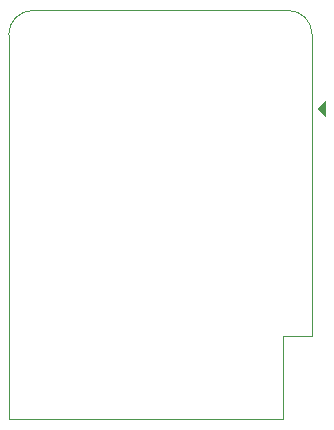
<source format=gbr>
%TF.GenerationSoftware,KiCad,Pcbnew,7.0.5*%
%TF.CreationDate,2023-06-27T21:04:27+02:00*%
%TF.ProjectId,ESP32RIO,45535033-3252-4494-9f2e-6b696361645f,rev?*%
%TF.SameCoordinates,Original*%
%TF.FileFunction,Legend,Bot*%
%TF.FilePolarity,Positive*%
%FSLAX46Y46*%
G04 Gerber Fmt 4.6, Leading zero omitted, Abs format (unit mm)*
G04 Created by KiCad (PCBNEW 7.0.5) date 2023-06-27 21:04:27*
%MOMM*%
%LPD*%
G01*
G04 APERTURE LIST*
%ADD10C,0.120000*%
G04 APERTURE END LIST*
D10*
%TO.C,U11*%
X161612500Y-93055000D02*
X161612500Y-67505000D01*
X161612500Y-93055000D02*
X159162500Y-93055000D01*
X159162500Y-100055000D02*
X135912500Y-100055000D01*
X159162500Y-93055000D02*
X159162500Y-100055000D01*
X137962500Y-65455000D02*
X159562500Y-65455000D01*
X135912500Y-100055000D02*
X135912500Y-67505000D01*
X161612500Y-67505000D02*
G75*
G03*
X159562500Y-65455000I-2050000J0D01*
G01*
X137962500Y-65455000D02*
G75*
G03*
X135912500Y-67505000I0J-2050000D01*
G01*
X162702500Y-74440000D02*
X162067500Y-73805000D01*
X162702500Y-73170000D01*
X162702500Y-74440000D01*
G36*
X162702500Y-74440000D02*
G01*
X162067500Y-73805000D01*
X162702500Y-73170000D01*
X162702500Y-74440000D01*
G37*
%TD*%
M02*

</source>
